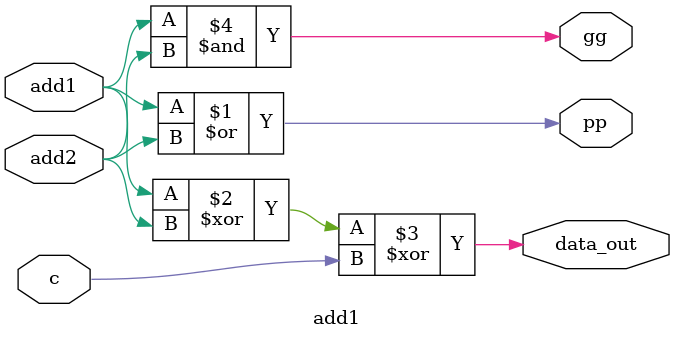
<source format=v>
`timescale 1ns / 1ps


module add1(
	input add1, add2,//Á½¸ö²Ù×÷Êý
	input c,
	//¼¶ÁªÉú³ÉÐÅºÅ
	output gg,	
	output pp,	
	output data_out//Êä³ö½á¹û
	);
	assign pp = add1 | add2;
	assign data_out = add1 ^ add2 ^ c;
	assign gg = add1 & add2;
endmodule

</source>
